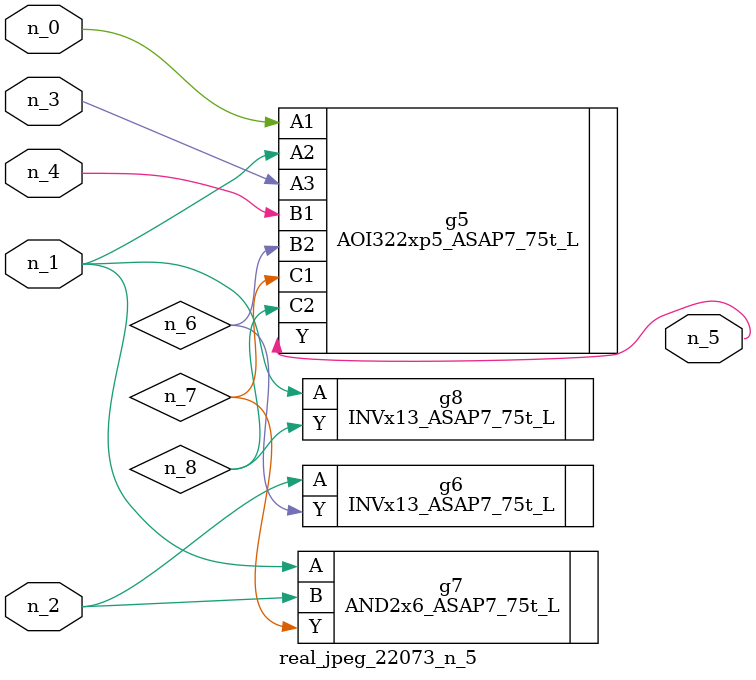
<source format=v>
module real_jpeg_22073_n_5 (n_4, n_0, n_1, n_2, n_3, n_5);

input n_4;
input n_0;
input n_1;
input n_2;
input n_3;

output n_5;

wire n_8;
wire n_6;
wire n_7;

AOI322xp5_ASAP7_75t_L g5 ( 
.A1(n_0),
.A2(n_1),
.A3(n_3),
.B1(n_4),
.B2(n_6),
.C1(n_7),
.C2(n_8),
.Y(n_5)
);

AND2x6_ASAP7_75t_L g7 ( 
.A(n_1),
.B(n_2),
.Y(n_7)
);

INVx13_ASAP7_75t_L g8 ( 
.A(n_1),
.Y(n_8)
);

INVx13_ASAP7_75t_L g6 ( 
.A(n_2),
.Y(n_6)
);


endmodule
</source>
